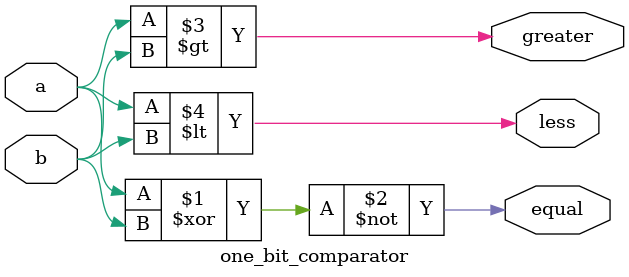
<source format=v>
module one_bit_comparator(

input wire a,
input wire b,
output wire equal,
output wire greater,
output wire less

);

assign equal = ~(a ^ b);
assign greater = ( a > b);
assign less = ( a < b );

endmodule

</source>
